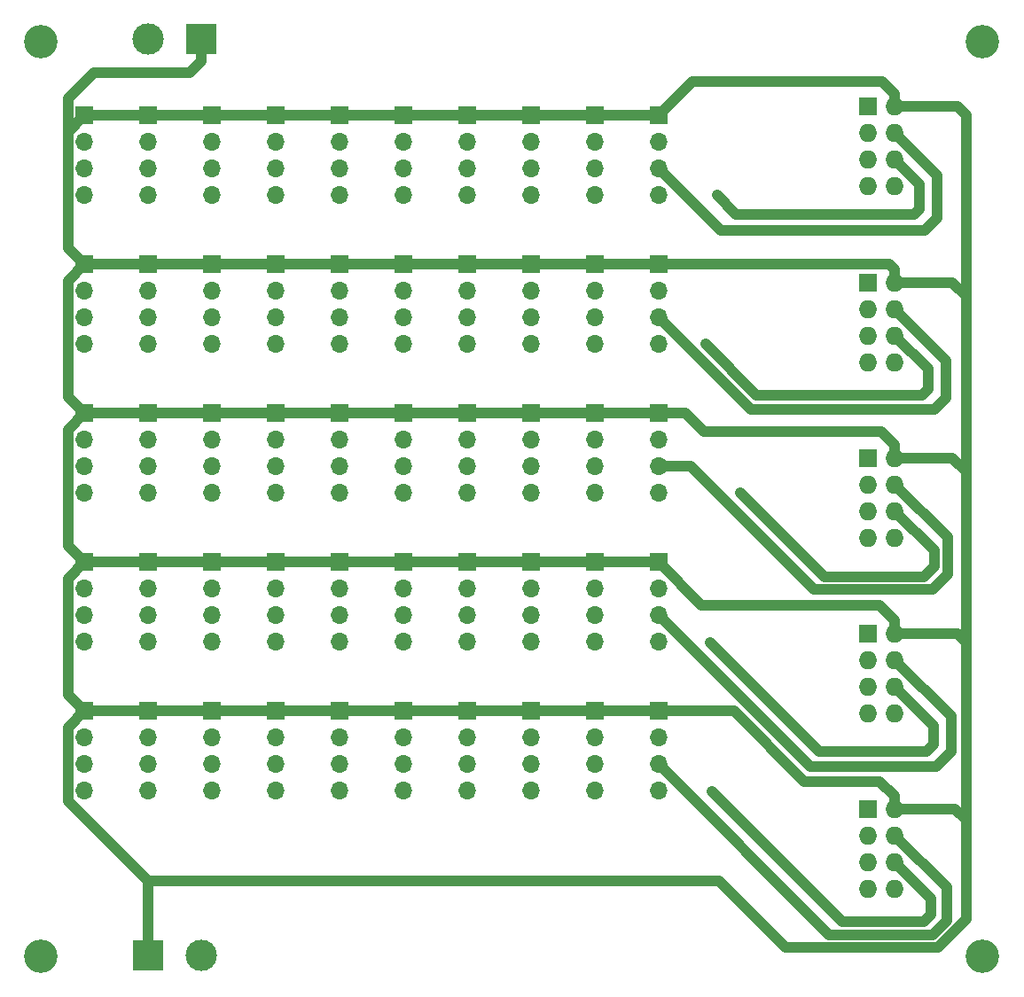
<source format=gbr>
%TF.GenerationSoftware,KiCad,Pcbnew,(6.0.4)*%
%TF.CreationDate,2022-04-03T13:08:36+08:00*%
%TF.ProjectId,Main_Board_Master,4d61696e-5f42-46f6-9172-645f4d617374,rev?*%
%TF.SameCoordinates,Original*%
%TF.FileFunction,Copper,L2,Bot*%
%TF.FilePolarity,Positive*%
%FSLAX46Y46*%
G04 Gerber Fmt 4.6, Leading zero omitted, Abs format (unit mm)*
G04 Created by KiCad (PCBNEW (6.0.4)) date 2022-04-03 13:08:36*
%MOMM*%
%LPD*%
G01*
G04 APERTURE LIST*
%TA.AperFunction,ComponentPad*%
%ADD10R,1.700000X1.700000*%
%TD*%
%TA.AperFunction,ComponentPad*%
%ADD11O,1.700000X1.700000*%
%TD*%
%TA.AperFunction,ComponentPad*%
%ADD12R,3.000000X3.000000*%
%TD*%
%TA.AperFunction,ComponentPad*%
%ADD13C,3.000000*%
%TD*%
%TA.AperFunction,ComponentPad*%
%ADD14R,1.727200X1.727200*%
%TD*%
%TA.AperFunction,ComponentPad*%
%ADD15O,1.727200X1.727200*%
%TD*%
%TA.AperFunction,ViaPad*%
%ADD16C,3.200000*%
%TD*%
%TA.AperFunction,ViaPad*%
%ADD17C,0.800000*%
%TD*%
%TA.AperFunction,Conductor*%
%ADD18C,1.000000*%
%TD*%
G04 APERTURE END LIST*
D10*
%TO.P,J1,1*%
%TO.N,GND*%
X229666800Y-31927800D03*
D11*
%TO.P,J1,2*%
%TO.N,VCC*%
X229666800Y-34467800D03*
%TO.P,J1,3*%
%TO.N,ESP01_01_SDA*%
X229666800Y-37007800D03*
%TO.P,J1,4*%
%TO.N,ESP01_01_SCL*%
X229666800Y-39547800D03*
%TD*%
D10*
%TO.P,J2,1*%
%TO.N,GND*%
X223570800Y-31927800D03*
D11*
%TO.P,J2,2*%
%TO.N,VCC*%
X223570800Y-34467800D03*
%TO.P,J2,3*%
%TO.N,ESP01_01_SDA*%
X223570800Y-37007800D03*
%TO.P,J2,4*%
%TO.N,ESP01_01_SCL*%
X223570800Y-39547800D03*
%TD*%
D10*
%TO.P,J3,1*%
%TO.N,GND*%
X217474800Y-31927800D03*
D11*
%TO.P,J3,2*%
%TO.N,VCC*%
X217474800Y-34467800D03*
%TO.P,J3,3*%
%TO.N,ESP01_01_SDA*%
X217474800Y-37007800D03*
%TO.P,J3,4*%
%TO.N,ESP01_01_SCL*%
X217474800Y-39547800D03*
%TD*%
D10*
%TO.P,J4,1*%
%TO.N,GND*%
X211378800Y-31927800D03*
D11*
%TO.P,J4,2*%
%TO.N,VCC*%
X211378800Y-34467800D03*
%TO.P,J4,3*%
%TO.N,ESP01_01_SDA*%
X211378800Y-37007800D03*
%TO.P,J4,4*%
%TO.N,ESP01_01_SCL*%
X211378800Y-39547800D03*
%TD*%
D10*
%TO.P,J5,1*%
%TO.N,GND*%
X205282800Y-31927800D03*
D11*
%TO.P,J5,2*%
%TO.N,VCC*%
X205282800Y-34467800D03*
%TO.P,J5,3*%
%TO.N,ESP01_01_SDA*%
X205282800Y-37007800D03*
%TO.P,J5,4*%
%TO.N,ESP01_01_SCL*%
X205282800Y-39547800D03*
%TD*%
D10*
%TO.P,J6,1*%
%TO.N,GND*%
X199186800Y-31927800D03*
D11*
%TO.P,J6,2*%
%TO.N,VCC*%
X199186800Y-34467800D03*
%TO.P,J6,3*%
%TO.N,ESP01_01_SDA*%
X199186800Y-37007800D03*
%TO.P,J6,4*%
%TO.N,ESP01_01_SCL*%
X199186800Y-39547800D03*
%TD*%
D10*
%TO.P,J7,1*%
%TO.N,GND*%
X193090800Y-31927800D03*
D11*
%TO.P,J7,2*%
%TO.N,VCC*%
X193090800Y-34467800D03*
%TO.P,J7,3*%
%TO.N,ESP01_01_SDA*%
X193090800Y-37007800D03*
%TO.P,J7,4*%
%TO.N,ESP01_01_SCL*%
X193090800Y-39547800D03*
%TD*%
D10*
%TO.P,J8,1*%
%TO.N,GND*%
X186994800Y-31927800D03*
D11*
%TO.P,J8,2*%
%TO.N,VCC*%
X186994800Y-34467800D03*
%TO.P,J8,3*%
%TO.N,ESP01_01_SDA*%
X186994800Y-37007800D03*
%TO.P,J8,4*%
%TO.N,ESP01_01_SCL*%
X186994800Y-39547800D03*
%TD*%
D10*
%TO.P,J9,1*%
%TO.N,GND*%
X180898800Y-31927800D03*
D11*
%TO.P,J9,2*%
%TO.N,VCC*%
X180898800Y-34467800D03*
%TO.P,J9,3*%
%TO.N,ESP01_01_SDA*%
X180898800Y-37007800D03*
%TO.P,J9,4*%
%TO.N,ESP01_01_SCL*%
X180898800Y-39547800D03*
%TD*%
D10*
%TO.P,J10,1*%
%TO.N,GND*%
X174802800Y-31927800D03*
D11*
%TO.P,J10,2*%
%TO.N,VCC*%
X174802800Y-34467800D03*
%TO.P,J10,3*%
%TO.N,ESP01_01_SDA*%
X174802800Y-37007800D03*
%TO.P,J10,4*%
%TO.N,ESP01_01_SCL*%
X174802800Y-39547800D03*
%TD*%
D10*
%TO.P,J12,1*%
%TO.N,GND*%
X229666800Y-46151800D03*
D11*
%TO.P,J12,2*%
%TO.N,VCC*%
X229666800Y-48691800D03*
%TO.P,J12,3*%
%TO.N,ESP01_02_SDA*%
X229666800Y-51231800D03*
%TO.P,J12,4*%
%TO.N,ESP01_02_SCL*%
X229666800Y-53771800D03*
%TD*%
D10*
%TO.P,J13,1*%
%TO.N,GND*%
X223570800Y-46151800D03*
D11*
%TO.P,J13,2*%
%TO.N,VCC*%
X223570800Y-48691800D03*
%TO.P,J13,3*%
%TO.N,ESP01_02_SDA*%
X223570800Y-51231800D03*
%TO.P,J13,4*%
%TO.N,ESP01_02_SCL*%
X223570800Y-53771800D03*
%TD*%
D10*
%TO.P,J14,1*%
%TO.N,GND*%
X217474800Y-46151800D03*
D11*
%TO.P,J14,2*%
%TO.N,VCC*%
X217474800Y-48691800D03*
%TO.P,J14,3*%
%TO.N,ESP01_02_SDA*%
X217474800Y-51231800D03*
%TO.P,J14,4*%
%TO.N,ESP01_02_SCL*%
X217474800Y-53771800D03*
%TD*%
D10*
%TO.P,J15,1*%
%TO.N,GND*%
X211378800Y-46151800D03*
D11*
%TO.P,J15,2*%
%TO.N,VCC*%
X211378800Y-48691800D03*
%TO.P,J15,3*%
%TO.N,ESP01_02_SDA*%
X211378800Y-51231800D03*
%TO.P,J15,4*%
%TO.N,ESP01_02_SCL*%
X211378800Y-53771800D03*
%TD*%
D10*
%TO.P,J16,1*%
%TO.N,GND*%
X205282800Y-46151800D03*
D11*
%TO.P,J16,2*%
%TO.N,VCC*%
X205282800Y-48691800D03*
%TO.P,J16,3*%
%TO.N,ESP01_02_SDA*%
X205282800Y-51231800D03*
%TO.P,J16,4*%
%TO.N,ESP01_02_SCL*%
X205282800Y-53771800D03*
%TD*%
D10*
%TO.P,J17,1*%
%TO.N,GND*%
X199186800Y-46151800D03*
D11*
%TO.P,J17,2*%
%TO.N,VCC*%
X199186800Y-48691800D03*
%TO.P,J17,3*%
%TO.N,ESP01_02_SDA*%
X199186800Y-51231800D03*
%TO.P,J17,4*%
%TO.N,ESP01_02_SCL*%
X199186800Y-53771800D03*
%TD*%
D10*
%TO.P,J18,1*%
%TO.N,GND*%
X193090800Y-46151800D03*
D11*
%TO.P,J18,2*%
%TO.N,VCC*%
X193090800Y-48691800D03*
%TO.P,J18,3*%
%TO.N,ESP01_02_SDA*%
X193090800Y-51231800D03*
%TO.P,J18,4*%
%TO.N,ESP01_02_SCL*%
X193090800Y-53771800D03*
%TD*%
D10*
%TO.P,J19,1*%
%TO.N,GND*%
X186994800Y-46151800D03*
D11*
%TO.P,J19,2*%
%TO.N,VCC*%
X186994800Y-48691800D03*
%TO.P,J19,3*%
%TO.N,ESP01_02_SDA*%
X186994800Y-51231800D03*
%TO.P,J19,4*%
%TO.N,ESP01_02_SCL*%
X186994800Y-53771800D03*
%TD*%
D10*
%TO.P,J20,1*%
%TO.N,GND*%
X180898800Y-46151800D03*
D11*
%TO.P,J20,2*%
%TO.N,VCC*%
X180898800Y-48691800D03*
%TO.P,J20,3*%
%TO.N,ESP01_02_SDA*%
X180898800Y-51231800D03*
%TO.P,J20,4*%
%TO.N,ESP01_02_SCL*%
X180898800Y-53771800D03*
%TD*%
D10*
%TO.P,J21,1*%
%TO.N,GND*%
X174802800Y-46151800D03*
D11*
%TO.P,J21,2*%
%TO.N,VCC*%
X174802800Y-48691800D03*
%TO.P,J21,3*%
%TO.N,ESP01_02_SDA*%
X174802800Y-51231800D03*
%TO.P,J21,4*%
%TO.N,ESP01_02_SCL*%
X174802800Y-53771800D03*
%TD*%
D10*
%TO.P,J23,1*%
%TO.N,GND*%
X229666800Y-60375800D03*
D11*
%TO.P,J23,2*%
%TO.N,VCC*%
X229666800Y-62915800D03*
%TO.P,J23,3*%
%TO.N,ESP01_03_SDA*%
X229666800Y-65455800D03*
%TO.P,J23,4*%
%TO.N,ESP01_03_SCL*%
X229666800Y-67995800D03*
%TD*%
D10*
%TO.P,J24,1*%
%TO.N,GND*%
X223570800Y-60375800D03*
D11*
%TO.P,J24,2*%
%TO.N,VCC*%
X223570800Y-62915800D03*
%TO.P,J24,3*%
%TO.N,ESP01_03_SDA*%
X223570800Y-65455800D03*
%TO.P,J24,4*%
%TO.N,ESP01_03_SCL*%
X223570800Y-67995800D03*
%TD*%
D10*
%TO.P,J25,1*%
%TO.N,GND*%
X217474800Y-60375800D03*
D11*
%TO.P,J25,2*%
%TO.N,VCC*%
X217474800Y-62915800D03*
%TO.P,J25,3*%
%TO.N,ESP01_03_SDA*%
X217474800Y-65455800D03*
%TO.P,J25,4*%
%TO.N,ESP01_03_SCL*%
X217474800Y-67995800D03*
%TD*%
D10*
%TO.P,J26,1*%
%TO.N,GND*%
X211378800Y-60375800D03*
D11*
%TO.P,J26,2*%
%TO.N,VCC*%
X211378800Y-62915800D03*
%TO.P,J26,3*%
%TO.N,ESP01_03_SDA*%
X211378800Y-65455800D03*
%TO.P,J26,4*%
%TO.N,ESP01_03_SCL*%
X211378800Y-67995800D03*
%TD*%
D10*
%TO.P,J27,1*%
%TO.N,GND*%
X205282800Y-60375800D03*
D11*
%TO.P,J27,2*%
%TO.N,VCC*%
X205282800Y-62915800D03*
%TO.P,J27,3*%
%TO.N,ESP01_03_SDA*%
X205282800Y-65455800D03*
%TO.P,J27,4*%
%TO.N,ESP01_03_SCL*%
X205282800Y-67995800D03*
%TD*%
D10*
%TO.P,J28,1*%
%TO.N,GND*%
X199186800Y-60375800D03*
D11*
%TO.P,J28,2*%
%TO.N,VCC*%
X199186800Y-62915800D03*
%TO.P,J28,3*%
%TO.N,ESP01_03_SDA*%
X199186800Y-65455800D03*
%TO.P,J28,4*%
%TO.N,ESP01_03_SCL*%
X199186800Y-67995800D03*
%TD*%
D10*
%TO.P,J29,1*%
%TO.N,GND*%
X193090800Y-60375800D03*
D11*
%TO.P,J29,2*%
%TO.N,VCC*%
X193090800Y-62915800D03*
%TO.P,J29,3*%
%TO.N,ESP01_03_SDA*%
X193090800Y-65455800D03*
%TO.P,J29,4*%
%TO.N,ESP01_03_SCL*%
X193090800Y-67995800D03*
%TD*%
D10*
%TO.P,J30,1*%
%TO.N,GND*%
X186994800Y-60375800D03*
D11*
%TO.P,J30,2*%
%TO.N,VCC*%
X186994800Y-62915800D03*
%TO.P,J30,3*%
%TO.N,ESP01_03_SDA*%
X186994800Y-65455800D03*
%TO.P,J30,4*%
%TO.N,ESP01_03_SCL*%
X186994800Y-67995800D03*
%TD*%
D10*
%TO.P,J31,1*%
%TO.N,GND*%
X180898800Y-60375800D03*
D11*
%TO.P,J31,2*%
%TO.N,VCC*%
X180898800Y-62915800D03*
%TO.P,J31,3*%
%TO.N,ESP01_03_SDA*%
X180898800Y-65455800D03*
%TO.P,J31,4*%
%TO.N,ESP01_03_SCL*%
X180898800Y-67995800D03*
%TD*%
D10*
%TO.P,J32,1*%
%TO.N,GND*%
X174802800Y-60375800D03*
D11*
%TO.P,J32,2*%
%TO.N,VCC*%
X174802800Y-62915800D03*
%TO.P,J32,3*%
%TO.N,ESP01_03_SDA*%
X174802800Y-65455800D03*
%TO.P,J32,4*%
%TO.N,ESP01_03_SCL*%
X174802800Y-67995800D03*
%TD*%
D10*
%TO.P,J34,1*%
%TO.N,GND*%
X229666800Y-74599800D03*
D11*
%TO.P,J34,2*%
%TO.N,VCC*%
X229666800Y-77139800D03*
%TO.P,J34,3*%
%TO.N,ESP01_04_SDA*%
X229666800Y-79679800D03*
%TO.P,J34,4*%
%TO.N,ESP01_04_SCL*%
X229666800Y-82219800D03*
%TD*%
D10*
%TO.P,J35,1*%
%TO.N,GND*%
X223570800Y-74599800D03*
D11*
%TO.P,J35,2*%
%TO.N,VCC*%
X223570800Y-77139800D03*
%TO.P,J35,3*%
%TO.N,ESP01_04_SDA*%
X223570800Y-79679800D03*
%TO.P,J35,4*%
%TO.N,ESP01_04_SCL*%
X223570800Y-82219800D03*
%TD*%
D10*
%TO.P,J36,1*%
%TO.N,GND*%
X217474800Y-74599800D03*
D11*
%TO.P,J36,2*%
%TO.N,VCC*%
X217474800Y-77139800D03*
%TO.P,J36,3*%
%TO.N,ESP01_04_SDA*%
X217474800Y-79679800D03*
%TO.P,J36,4*%
%TO.N,ESP01_04_SCL*%
X217474800Y-82219800D03*
%TD*%
D10*
%TO.P,J37,1*%
%TO.N,GND*%
X211378800Y-74599800D03*
D11*
%TO.P,J37,2*%
%TO.N,VCC*%
X211378800Y-77139800D03*
%TO.P,J37,3*%
%TO.N,ESP01_04_SDA*%
X211378800Y-79679800D03*
%TO.P,J37,4*%
%TO.N,ESP01_04_SCL*%
X211378800Y-82219800D03*
%TD*%
D10*
%TO.P,J38,1*%
%TO.N,GND*%
X205282800Y-74599800D03*
D11*
%TO.P,J38,2*%
%TO.N,VCC*%
X205282800Y-77139800D03*
%TO.P,J38,3*%
%TO.N,ESP01_04_SDA*%
X205282800Y-79679800D03*
%TO.P,J38,4*%
%TO.N,ESP01_04_SCL*%
X205282800Y-82219800D03*
%TD*%
D10*
%TO.P,J39,1*%
%TO.N,GND*%
X199186800Y-74599800D03*
D11*
%TO.P,J39,2*%
%TO.N,VCC*%
X199186800Y-77139800D03*
%TO.P,J39,3*%
%TO.N,ESP01_04_SDA*%
X199186800Y-79679800D03*
%TO.P,J39,4*%
%TO.N,ESP01_04_SCL*%
X199186800Y-82219800D03*
%TD*%
D10*
%TO.P,J40,1*%
%TO.N,GND*%
X193090800Y-74599800D03*
D11*
%TO.P,J40,2*%
%TO.N,VCC*%
X193090800Y-77139800D03*
%TO.P,J40,3*%
%TO.N,ESP01_04_SDA*%
X193090800Y-79679800D03*
%TO.P,J40,4*%
%TO.N,ESP01_04_SCL*%
X193090800Y-82219800D03*
%TD*%
D10*
%TO.P,J41,1*%
%TO.N,GND*%
X186994800Y-74599800D03*
D11*
%TO.P,J41,2*%
%TO.N,VCC*%
X186994800Y-77139800D03*
%TO.P,J41,3*%
%TO.N,ESP01_04_SDA*%
X186994800Y-79679800D03*
%TO.P,J41,4*%
%TO.N,ESP01_04_SCL*%
X186994800Y-82219800D03*
%TD*%
D10*
%TO.P,J42,1*%
%TO.N,GND*%
X180898800Y-74599800D03*
D11*
%TO.P,J42,2*%
%TO.N,VCC*%
X180898800Y-77139800D03*
%TO.P,J42,3*%
%TO.N,ESP01_04_SDA*%
X180898800Y-79679800D03*
%TO.P,J42,4*%
%TO.N,ESP01_04_SCL*%
X180898800Y-82219800D03*
%TD*%
D10*
%TO.P,J43,1*%
%TO.N,GND*%
X174802800Y-74599800D03*
D11*
%TO.P,J43,2*%
%TO.N,VCC*%
X174802800Y-77139800D03*
%TO.P,J43,3*%
%TO.N,ESP01_04_SDA*%
X174802800Y-79679800D03*
%TO.P,J43,4*%
%TO.N,ESP01_04_SCL*%
X174802800Y-82219800D03*
%TD*%
D10*
%TO.P,J45,1*%
%TO.N,GND*%
X229666800Y-88823800D03*
D11*
%TO.P,J45,2*%
%TO.N,VCC*%
X229666800Y-91363800D03*
%TO.P,J45,3*%
%TO.N,ESP01_05_SDA*%
X229666800Y-93903800D03*
%TO.P,J45,4*%
%TO.N,ESP01_05_SCL*%
X229666800Y-96443800D03*
%TD*%
D10*
%TO.P,J46,1*%
%TO.N,GND*%
X223570800Y-88823800D03*
D11*
%TO.P,J46,2*%
%TO.N,VCC*%
X223570800Y-91363800D03*
%TO.P,J46,3*%
%TO.N,ESP01_05_SDA*%
X223570800Y-93903800D03*
%TO.P,J46,4*%
%TO.N,ESP01_05_SCL*%
X223570800Y-96443800D03*
%TD*%
D10*
%TO.P,J47,1*%
%TO.N,GND*%
X217474800Y-88823800D03*
D11*
%TO.P,J47,2*%
%TO.N,VCC*%
X217474800Y-91363800D03*
%TO.P,J47,3*%
%TO.N,ESP01_05_SDA*%
X217474800Y-93903800D03*
%TO.P,J47,4*%
%TO.N,ESP01_05_SCL*%
X217474800Y-96443800D03*
%TD*%
D10*
%TO.P,J48,1*%
%TO.N,GND*%
X211378800Y-88823800D03*
D11*
%TO.P,J48,2*%
%TO.N,VCC*%
X211378800Y-91363800D03*
%TO.P,J48,3*%
%TO.N,ESP01_05_SDA*%
X211378800Y-93903800D03*
%TO.P,J48,4*%
%TO.N,ESP01_05_SCL*%
X211378800Y-96443800D03*
%TD*%
D10*
%TO.P,J49,1*%
%TO.N,GND*%
X205282800Y-88823800D03*
D11*
%TO.P,J49,2*%
%TO.N,VCC*%
X205282800Y-91363800D03*
%TO.P,J49,3*%
%TO.N,ESP01_05_SDA*%
X205282800Y-93903800D03*
%TO.P,J49,4*%
%TO.N,ESP01_05_SCL*%
X205282800Y-96443800D03*
%TD*%
D10*
%TO.P,J50,1*%
%TO.N,GND*%
X199186800Y-88823800D03*
D11*
%TO.P,J50,2*%
%TO.N,VCC*%
X199186800Y-91363800D03*
%TO.P,J50,3*%
%TO.N,ESP01_05_SDA*%
X199186800Y-93903800D03*
%TO.P,J50,4*%
%TO.N,ESP01_05_SCL*%
X199186800Y-96443800D03*
%TD*%
D10*
%TO.P,J51,1*%
%TO.N,GND*%
X193090800Y-88823800D03*
D11*
%TO.P,J51,2*%
%TO.N,VCC*%
X193090800Y-91363800D03*
%TO.P,J51,3*%
%TO.N,ESP01_05_SDA*%
X193090800Y-93903800D03*
%TO.P,J51,4*%
%TO.N,ESP01_05_SCL*%
X193090800Y-96443800D03*
%TD*%
D10*
%TO.P,J52,1*%
%TO.N,GND*%
X186994800Y-88823800D03*
D11*
%TO.P,J52,2*%
%TO.N,VCC*%
X186994800Y-91363800D03*
%TO.P,J52,3*%
%TO.N,ESP01_05_SDA*%
X186994800Y-93903800D03*
%TO.P,J52,4*%
%TO.N,ESP01_05_SCL*%
X186994800Y-96443800D03*
%TD*%
D10*
%TO.P,J53,1*%
%TO.N,GND*%
X180898800Y-88823800D03*
D11*
%TO.P,J53,2*%
%TO.N,VCC*%
X180898800Y-91363800D03*
%TO.P,J53,3*%
%TO.N,ESP01_05_SDA*%
X180898800Y-93903800D03*
%TO.P,J53,4*%
%TO.N,ESP01_05_SCL*%
X180898800Y-96443800D03*
%TD*%
D10*
%TO.P,J54,1*%
%TO.N,GND*%
X174802800Y-88823800D03*
D11*
%TO.P,J54,2*%
%TO.N,VCC*%
X174802800Y-91363800D03*
%TO.P,J54,3*%
%TO.N,ESP01_05_SDA*%
X174802800Y-93903800D03*
%TO.P,J54,4*%
%TO.N,ESP01_05_SCL*%
X174802800Y-96443800D03*
%TD*%
D12*
%TO.P,J56,1*%
%TO.N,GND*%
X180898800Y-112191800D03*
D13*
%TO.P,J56,2*%
%TO.N,VCC*%
X185978800Y-112191800D03*
%TD*%
D12*
%TO.P,J57,1*%
%TO.N,GND*%
X185978800Y-24612600D03*
D13*
%TO.P,J57,2*%
%TO.N,VCC*%
X180898800Y-24612600D03*
%TD*%
D14*
%TO.P,U1,1*%
%TO.N,Net-(U1-Pad1)*%
X249656600Y-31089600D03*
D15*
%TO.P,U1,2*%
%TO.N,GND*%
X252196600Y-31089600D03*
%TO.P,U1,3*%
%TO.N,Net-(R1-Pad1)*%
X249656600Y-33629600D03*
%TO.P,U1,4*%
%TO.N,ESP01_01_SDA*%
X252196600Y-33629600D03*
%TO.P,U1,5*%
%TO.N,Net-(U1-Pad5)*%
X249656600Y-36169600D03*
%TO.P,U1,6*%
%TO.N,ESP01_01_SCL*%
X252196600Y-36169600D03*
%TO.P,U1,7*%
%TO.N,ESP01_~{3.3V}_01*%
X249656600Y-38709600D03*
%TO.P,U1,8*%
%TO.N,Net-(U1-Pad8)*%
X252196600Y-38709600D03*
%TD*%
D14*
%TO.P,U2,1*%
%TO.N,Net-(U2-Pad1)*%
X249656600Y-47859950D03*
D15*
%TO.P,U2,2*%
%TO.N,GND*%
X252196600Y-47859950D03*
%TO.P,U2,3*%
%TO.N,Net-(R2-Pad1)*%
X249656600Y-50399950D03*
%TO.P,U2,4*%
%TO.N,ESP01_02_SDA*%
X252196600Y-50399950D03*
%TO.P,U2,5*%
%TO.N,Net-(U2-Pad5)*%
X249656600Y-52939950D03*
%TO.P,U2,6*%
%TO.N,ESP01_02_SCL*%
X252196600Y-52939950D03*
%TO.P,U2,7*%
%TO.N,ESP01_~{3.3V}_02*%
X249656600Y-55479950D03*
%TO.P,U2,8*%
%TO.N,Net-(U2-Pad8)*%
X252196600Y-55479950D03*
%TD*%
D14*
%TO.P,U3,1*%
%TO.N,Net-(U3-Pad1)*%
X249656600Y-64630300D03*
D15*
%TO.P,U3,2*%
%TO.N,GND*%
X252196600Y-64630300D03*
%TO.P,U3,3*%
%TO.N,Net-(R3-Pad1)*%
X249656600Y-67170300D03*
%TO.P,U3,4*%
%TO.N,ESP01_03_SDA*%
X252196600Y-67170300D03*
%TO.P,U3,5*%
%TO.N,Net-(U3-Pad5)*%
X249656600Y-69710300D03*
%TO.P,U3,6*%
%TO.N,ESP01_03_SCL*%
X252196600Y-69710300D03*
%TO.P,U3,7*%
%TO.N,ESP01_~{3.3V}_03*%
X249656600Y-72250300D03*
%TO.P,U3,8*%
%TO.N,Net-(U3-Pad8)*%
X252196600Y-72250300D03*
%TD*%
D14*
%TO.P,U4,1*%
%TO.N,Net-(U4-Pad1)*%
X249656600Y-81400650D03*
D15*
%TO.P,U4,2*%
%TO.N,GND*%
X252196600Y-81400650D03*
%TO.P,U4,3*%
%TO.N,Net-(R4-Pad1)*%
X249656600Y-83940650D03*
%TO.P,U4,4*%
%TO.N,ESP01_04_SDA*%
X252196600Y-83940650D03*
%TO.P,U4,5*%
%TO.N,Net-(U4-Pad5)*%
X249656600Y-86480650D03*
%TO.P,U4,6*%
%TO.N,ESP01_04_SCL*%
X252196600Y-86480650D03*
%TO.P,U4,7*%
%TO.N,ESP01_~{3.3V}_04*%
X249656600Y-89020650D03*
%TO.P,U4,8*%
%TO.N,Net-(U4-Pad8)*%
X252196600Y-89020650D03*
%TD*%
D14*
%TO.P,U5,1*%
%TO.N,Net-(U5-Pad1)*%
X249656600Y-98171000D03*
D15*
%TO.P,U5,2*%
%TO.N,GND*%
X252196600Y-98171000D03*
%TO.P,U5,3*%
%TO.N,Net-(R5-Pad1)*%
X249656600Y-100711000D03*
%TO.P,U5,4*%
%TO.N,ESP01_05_SDA*%
X252196600Y-100711000D03*
%TO.P,U5,5*%
%TO.N,Net-(U5-Pad5)*%
X249656600Y-103251000D03*
%TO.P,U5,6*%
%TO.N,ESP01_05_SCL*%
X252196600Y-103251000D03*
%TO.P,U5,7*%
%TO.N,ESP01_~{3.3V}_05*%
X249656600Y-105791000D03*
%TO.P,U5,8*%
%TO.N,Net-(U5-Pad8)*%
X252196600Y-105791000D03*
%TD*%
D16*
%TO.N,*%
X260604000Y-24892000D03*
X170688000Y-24892000D03*
X260604000Y-112268000D03*
X170688000Y-112268000D03*
D17*
%TO.N,GND*%
X259029200Y-72034400D03*
X259029200Y-54406800D03*
X259029200Y-38277800D03*
X259029200Y-88747600D03*
X259029200Y-105181400D03*
%TO.N,ESP01_01_SCL*%
X235229400Y-39547800D03*
%TO.N,ESP01_02_SCL*%
X234137200Y-53771800D03*
%TO.N,ESP01_03_SCL*%
X237490000Y-67995800D03*
%TO.N,ESP01_04_SCL*%
X234543600Y-82245200D03*
%TO.N,ESP01_05_SCL*%
X234721400Y-96469200D03*
%TD*%
D18*
%TO.N,GND*%
X259029200Y-88747600D02*
X259029200Y-99237800D01*
X229666800Y-60375800D02*
X232206800Y-60375800D01*
X252196600Y-98171000D02*
X257962400Y-98171000D01*
X185978800Y-26771600D02*
X185978800Y-24612600D01*
X174802800Y-60375800D02*
X173252799Y-61925801D01*
X250941414Y-62153800D02*
X252196600Y-63408986D01*
X252196600Y-29868286D02*
X252196600Y-31089600D01*
X257695700Y-64630300D02*
X259029200Y-65963800D01*
X241763410Y-111385210D02*
X235458000Y-105079800D01*
X252196600Y-46638636D02*
X251709764Y-46151800D01*
X243535200Y-95529400D02*
X250776314Y-95529400D01*
X173252799Y-33477801D02*
X173252799Y-30302801D01*
X259029200Y-31902400D02*
X259029200Y-35636200D01*
X173252799Y-90373801D02*
X173252799Y-97433799D01*
X259029200Y-54406800D02*
X259029200Y-65963800D01*
X173252799Y-87273799D02*
X174802800Y-88823800D01*
X174802800Y-88823800D02*
X173252799Y-90373801D01*
X257714750Y-47859950D02*
X259029200Y-49174400D01*
X174802800Y-74599800D02*
X229666800Y-74599800D01*
X173252799Y-58825799D02*
X174802800Y-60375800D01*
X258184650Y-81400650D02*
X259029200Y-82245200D01*
X229666800Y-88823800D02*
X236829600Y-88823800D01*
X259029200Y-99237800D02*
X259029200Y-105181400D01*
X252196600Y-63408986D02*
X252196600Y-64630300D01*
X174802800Y-88823800D02*
X229666800Y-88823800D01*
X259029200Y-38277800D02*
X259029200Y-49174400D01*
X246100600Y-28676600D02*
X246075200Y-28702000D01*
X259029200Y-108656470D02*
X256300460Y-111385210D01*
X223324802Y-60375800D02*
X229666800Y-60375800D01*
X173252799Y-76149801D02*
X173252799Y-87273799D01*
X259029200Y-105181400D02*
X259029200Y-108656470D01*
X258216400Y-31089600D02*
X259029200Y-31902400D01*
X175691800Y-27863800D02*
X184886600Y-27863800D01*
X174802800Y-31927800D02*
X173252799Y-33477801D01*
X232206800Y-60375800D02*
X233984800Y-62153800D01*
X257962400Y-98171000D02*
X259029200Y-99237800D01*
X252196600Y-31089600D02*
X257581400Y-31089600D01*
X174802800Y-46151800D02*
X245821200Y-46151800D01*
X252196600Y-80179336D02*
X252196600Y-81400650D01*
X252196600Y-96949686D02*
X252196600Y-98171000D01*
X174802800Y-74599800D02*
X173252799Y-76149801D01*
X173252799Y-97433799D02*
X180898800Y-105079800D01*
X173252799Y-33477801D02*
X173252799Y-44601799D01*
X259029200Y-49174400D02*
X259029200Y-54406800D01*
X180898800Y-105079800D02*
X180898800Y-112191800D01*
X259029200Y-35636200D02*
X259029200Y-38277800D01*
X246100600Y-28676600D02*
X251004914Y-28676600D01*
X235458000Y-105079800D02*
X180898800Y-105079800D01*
X173252799Y-47701801D02*
X173252799Y-58825799D01*
X173252799Y-30302801D02*
X175691800Y-27863800D01*
X259029200Y-82245200D02*
X259029200Y-88747600D01*
X233756200Y-78689200D02*
X250706464Y-78689200D01*
X229666800Y-74599800D02*
X233756200Y-78689200D01*
X250776314Y-95529400D02*
X252196600Y-96949686D01*
X174802800Y-60375800D02*
X223324802Y-60375800D01*
X173252799Y-73049799D02*
X174802800Y-74599800D01*
X251004914Y-28676600D02*
X252196600Y-29868286D01*
X252196600Y-47859950D02*
X257714750Y-47859950D01*
X257581400Y-31089600D02*
X258216400Y-31089600D01*
X246075200Y-28702000D02*
X232892600Y-28702000D01*
X252196600Y-47859950D02*
X252196600Y-46638636D01*
X236829600Y-88823800D02*
X243535200Y-95529400D01*
X251709764Y-46151800D02*
X229666800Y-46151800D01*
X174802800Y-31927800D02*
X229666800Y-31927800D01*
X233984800Y-62153800D02*
X250941414Y-62153800D01*
X259029200Y-72034400D02*
X259029200Y-82245200D01*
X252196600Y-64630300D02*
X257695700Y-64630300D01*
X259029200Y-65963800D02*
X259029200Y-72034400D01*
X173252799Y-61925801D02*
X173252799Y-73049799D01*
X250706464Y-78689200D02*
X252196600Y-80179336D01*
X173252799Y-44601799D02*
X174802800Y-46151800D01*
X252196600Y-81400650D02*
X258184650Y-81400650D01*
X256300460Y-111385210D02*
X241763410Y-111385210D01*
X232892600Y-28702000D02*
X229666800Y-31927800D01*
X174802800Y-46151800D02*
X173252799Y-47701801D01*
X184886600Y-27863800D02*
X185978800Y-26771600D01*
%TO.N,ESP01_01_SCL*%
X237032800Y-41351200D02*
X235229400Y-39547800D01*
X252196600Y-36169600D02*
X254533400Y-38506400D01*
X254533400Y-40843200D02*
X254025400Y-41351200D01*
X254025400Y-41351200D02*
X237032800Y-41351200D01*
X254533400Y-38506400D02*
X254533400Y-40843200D01*
%TO.N,ESP01_01_SDA*%
X255092200Y-42900600D02*
X235559600Y-42900600D01*
X256235200Y-37668200D02*
X256235200Y-41757600D01*
X252196600Y-33629600D02*
X256235200Y-37668200D01*
X235559600Y-42900600D02*
X229666800Y-37007800D01*
X256235200Y-41757600D02*
X255092200Y-42900600D01*
%TO.N,ESP01_02_SCL*%
X238988600Y-58623200D02*
X234137200Y-53771800D01*
X252196600Y-52939950D02*
X255371600Y-56114950D01*
X255371600Y-56114950D02*
X255371600Y-58064400D01*
X255371600Y-58064400D02*
X254812800Y-58623200D01*
X254812800Y-58623200D02*
X238988600Y-58623200D01*
%TO.N,ESP01_02_SDA*%
X252196600Y-50399950D02*
X257124200Y-55327550D01*
X257124200Y-58877200D02*
X255981200Y-60020200D01*
X255981200Y-60020200D02*
X238455200Y-60020200D01*
X257124200Y-55327550D02*
X257124200Y-58877200D01*
X238455200Y-60020200D02*
X229666800Y-51231800D01*
%TO.N,ESP01_03_SCL*%
X254996810Y-75990590D02*
X255981200Y-75006200D01*
X255981200Y-73494900D02*
X252196600Y-69710300D01*
X255981200Y-75006200D02*
X255981200Y-73494900D01*
X245484790Y-75990590D02*
X254996810Y-75990590D01*
X237490000Y-67995800D02*
X245484790Y-75990590D01*
%TO.N,ESP01_03_SDA*%
X252196600Y-67170300D02*
X257251200Y-72224900D01*
X232740200Y-65455800D02*
X229666800Y-65455800D01*
X244475000Y-77190600D02*
X232740200Y-65455800D01*
X257251200Y-75793600D02*
X255854200Y-77190600D01*
X255854200Y-77190600D02*
X244475000Y-77190600D01*
X257251200Y-72224900D02*
X257251200Y-75793600D01*
%TO.N,ESP01_04_SCL*%
X255930400Y-91998800D02*
X255930400Y-90214450D01*
X234543600Y-82245200D02*
X245008400Y-92710000D01*
X245008400Y-92710000D02*
X255219200Y-92710000D01*
X255219200Y-92710000D02*
X255930400Y-91998800D01*
X255930400Y-90214450D02*
X252196600Y-86480650D01*
%TO.N,ESP01_04_SDA*%
X257581400Y-89325450D02*
X257581400Y-92684600D01*
X256133600Y-94132400D02*
X244119400Y-94132400D01*
X257581400Y-92684600D02*
X256133600Y-94132400D01*
X244119400Y-94132400D02*
X229666800Y-79679800D01*
X252196600Y-83940650D02*
X257581400Y-89325450D01*
%TO.N,ESP01_05_SCL*%
X255676400Y-108254800D02*
X255676400Y-106730800D01*
X234721400Y-96469200D02*
X247192800Y-108940600D01*
X254990600Y-108940600D02*
X255676400Y-108254800D01*
X247192800Y-108940600D02*
X254990600Y-108940600D01*
X255676400Y-106730800D02*
X252196600Y-103251000D01*
%TO.N,ESP01_05_SDA*%
X255803400Y-110185200D02*
X257149600Y-108839000D01*
X257149600Y-108839000D02*
X257149600Y-105664000D01*
X245948200Y-110185200D02*
X255803400Y-110185200D01*
X229666800Y-93903800D02*
X245948200Y-110185200D01*
X257149600Y-105664000D02*
X252196600Y-100711000D01*
%TD*%
M02*

</source>
